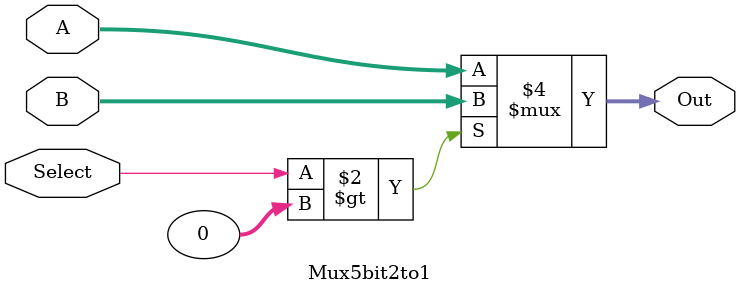
<source format=v>
`timescale 1ns / 1ps

module Mux5bit2to1(A, B, Out, Select);
input [4:0] A, B;
input Select;
output reg [4:0] Out;

always@(*) begin 
    if (Select > 0) begin
    Out <= B;
    end
    
    else begin
    Out <= A;
    end
end
endmodule

</source>
